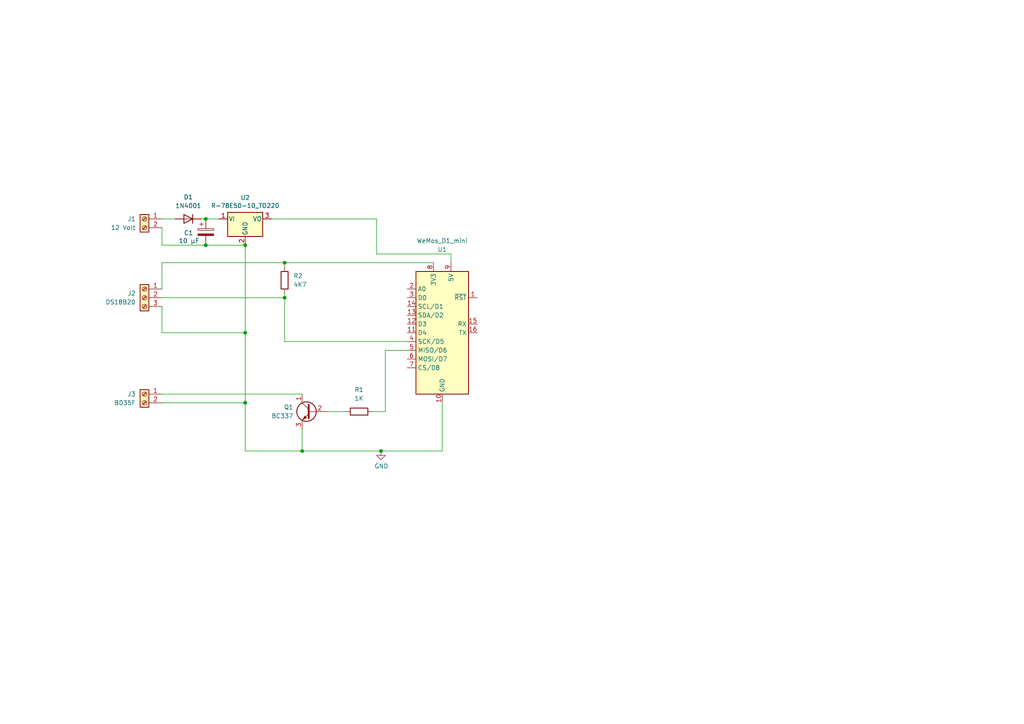
<source format=kicad_sch>
(kicad_sch
	(version 20231120)
	(generator "eeschema")
	(generator_version "8.0")
	(uuid "949c3da7-86cf-42b3-9a90-86860601a60c")
	(paper "A4")
	(lib_symbols
		(symbol "BD35F-FridgeController-rescue:GND-power"
			(power)
			(pin_names
				(offset 0)
			)
			(exclude_from_sim no)
			(in_bom yes)
			(on_board yes)
			(property "Reference" "#PWR"
				(at 0 -6.35 0)
				(effects
					(font
						(size 1.27 1.27)
					)
					(hide yes)
				)
			)
			(property "Value" "power_GND"
				(at 0 -3.81 0)
				(effects
					(font
						(size 1.27 1.27)
					)
				)
			)
			(property "Footprint" ""
				(at 0 0 0)
				(effects
					(font
						(size 1.27 1.27)
					)
					(hide yes)
				)
			)
			(property "Datasheet" ""
				(at 0 0 0)
				(effects
					(font
						(size 1.27 1.27)
					)
					(hide yes)
				)
			)
			(property "Description" ""
				(at 0 0 0)
				(effects
					(font
						(size 1.27 1.27)
					)
					(hide yes)
				)
			)
			(symbol "GND-power_0_1"
				(polyline
					(pts
						(xy 0 0) (xy 0 -1.27) (xy 1.27 -1.27) (xy 0 -2.54) (xy -1.27 -1.27) (xy 0 -1.27)
					)
					(stroke
						(width 0)
						(type solid)
					)
					(fill
						(type none)
					)
				)
			)
			(symbol "GND-power_1_1"
				(pin power_in line
					(at 0 0 270)
					(length 0) hide
					(name "GND"
						(effects
							(font
								(size 1.27 1.27)
							)
						)
					)
					(number "1"
						(effects
							(font
								(size 1.27 1.27)
							)
						)
					)
				)
			)
		)
		(symbol "Connector:Screw_Terminal_01x02"
			(pin_names
				(offset 1.016) hide)
			(exclude_from_sim no)
			(in_bom yes)
			(on_board yes)
			(property "Reference" "J"
				(at 0 2.54 0)
				(effects
					(font
						(size 1.27 1.27)
					)
				)
			)
			(property "Value" "Screw_Terminal_01x02"
				(at 0 -5.08 0)
				(effects
					(font
						(size 1.27 1.27)
					)
				)
			)
			(property "Footprint" ""
				(at 0 0 0)
				(effects
					(font
						(size 1.27 1.27)
					)
					(hide yes)
				)
			)
			(property "Datasheet" "~"
				(at 0 0 0)
				(effects
					(font
						(size 1.27 1.27)
					)
					(hide yes)
				)
			)
			(property "Description" "Generic screw terminal, single row, 01x02, script generated (kicad-library-utils/schlib/autogen/connector/)"
				(at 0 0 0)
				(effects
					(font
						(size 1.27 1.27)
					)
					(hide yes)
				)
			)
			(property "ki_keywords" "screw terminal"
				(at 0 0 0)
				(effects
					(font
						(size 1.27 1.27)
					)
					(hide yes)
				)
			)
			(property "ki_fp_filters" "TerminalBlock*:*"
				(at 0 0 0)
				(effects
					(font
						(size 1.27 1.27)
					)
					(hide yes)
				)
			)
			(symbol "Screw_Terminal_01x02_1_1"
				(rectangle
					(start -1.27 1.27)
					(end 1.27 -3.81)
					(stroke
						(width 0.254)
						(type default)
					)
					(fill
						(type background)
					)
				)
				(circle
					(center 0 -2.54)
					(radius 0.635)
					(stroke
						(width 0.1524)
						(type default)
					)
					(fill
						(type none)
					)
				)
				(polyline
					(pts
						(xy -0.5334 -2.2098) (xy 0.3302 -3.048)
					)
					(stroke
						(width 0.1524)
						(type default)
					)
					(fill
						(type none)
					)
				)
				(polyline
					(pts
						(xy -0.5334 0.3302) (xy 0.3302 -0.508)
					)
					(stroke
						(width 0.1524)
						(type default)
					)
					(fill
						(type none)
					)
				)
				(polyline
					(pts
						(xy -0.3556 -2.032) (xy 0.508 -2.8702)
					)
					(stroke
						(width 0.1524)
						(type default)
					)
					(fill
						(type none)
					)
				)
				(polyline
					(pts
						(xy -0.3556 0.508) (xy 0.508 -0.3302)
					)
					(stroke
						(width 0.1524)
						(type default)
					)
					(fill
						(type none)
					)
				)
				(circle
					(center 0 0)
					(radius 0.635)
					(stroke
						(width 0.1524)
						(type default)
					)
					(fill
						(type none)
					)
				)
				(pin passive line
					(at -5.08 0 0)
					(length 3.81)
					(name "Pin_1"
						(effects
							(font
								(size 1.27 1.27)
							)
						)
					)
					(number "1"
						(effects
							(font
								(size 1.27 1.27)
							)
						)
					)
				)
				(pin passive line
					(at -5.08 -2.54 0)
					(length 3.81)
					(name "Pin_2"
						(effects
							(font
								(size 1.27 1.27)
							)
						)
					)
					(number "2"
						(effects
							(font
								(size 1.27 1.27)
							)
						)
					)
				)
			)
		)
		(symbol "Connector:Screw_Terminal_01x03"
			(pin_names
				(offset 1.016) hide)
			(exclude_from_sim no)
			(in_bom yes)
			(on_board yes)
			(property "Reference" "J"
				(at 0 5.08 0)
				(effects
					(font
						(size 1.27 1.27)
					)
				)
			)
			(property "Value" "Screw_Terminal_01x03"
				(at 0 -5.08 0)
				(effects
					(font
						(size 1.27 1.27)
					)
				)
			)
			(property "Footprint" ""
				(at 0 0 0)
				(effects
					(font
						(size 1.27 1.27)
					)
					(hide yes)
				)
			)
			(property "Datasheet" "~"
				(at 0 0 0)
				(effects
					(font
						(size 1.27 1.27)
					)
					(hide yes)
				)
			)
			(property "Description" "Generic screw terminal, single row, 01x03, script generated (kicad-library-utils/schlib/autogen/connector/)"
				(at 0 0 0)
				(effects
					(font
						(size 1.27 1.27)
					)
					(hide yes)
				)
			)
			(property "ki_keywords" "screw terminal"
				(at 0 0 0)
				(effects
					(font
						(size 1.27 1.27)
					)
					(hide yes)
				)
			)
			(property "ki_fp_filters" "TerminalBlock*:*"
				(at 0 0 0)
				(effects
					(font
						(size 1.27 1.27)
					)
					(hide yes)
				)
			)
			(symbol "Screw_Terminal_01x03_1_1"
				(rectangle
					(start -1.27 3.81)
					(end 1.27 -3.81)
					(stroke
						(width 0.254)
						(type default)
					)
					(fill
						(type background)
					)
				)
				(circle
					(center 0 -2.54)
					(radius 0.635)
					(stroke
						(width 0.1524)
						(type default)
					)
					(fill
						(type none)
					)
				)
				(polyline
					(pts
						(xy -0.5334 -2.2098) (xy 0.3302 -3.048)
					)
					(stroke
						(width 0.1524)
						(type default)
					)
					(fill
						(type none)
					)
				)
				(polyline
					(pts
						(xy -0.5334 0.3302) (xy 0.3302 -0.508)
					)
					(stroke
						(width 0.1524)
						(type default)
					)
					(fill
						(type none)
					)
				)
				(polyline
					(pts
						(xy -0.5334 2.8702) (xy 0.3302 2.032)
					)
					(stroke
						(width 0.1524)
						(type default)
					)
					(fill
						(type none)
					)
				)
				(polyline
					(pts
						(xy -0.3556 -2.032) (xy 0.508 -2.8702)
					)
					(stroke
						(width 0.1524)
						(type default)
					)
					(fill
						(type none)
					)
				)
				(polyline
					(pts
						(xy -0.3556 0.508) (xy 0.508 -0.3302)
					)
					(stroke
						(width 0.1524)
						(type default)
					)
					(fill
						(type none)
					)
				)
				(polyline
					(pts
						(xy -0.3556 3.048) (xy 0.508 2.2098)
					)
					(stroke
						(width 0.1524)
						(type default)
					)
					(fill
						(type none)
					)
				)
				(circle
					(center 0 0)
					(radius 0.635)
					(stroke
						(width 0.1524)
						(type default)
					)
					(fill
						(type none)
					)
				)
				(circle
					(center 0 2.54)
					(radius 0.635)
					(stroke
						(width 0.1524)
						(type default)
					)
					(fill
						(type none)
					)
				)
				(pin passive line
					(at -5.08 2.54 0)
					(length 3.81)
					(name "Pin_1"
						(effects
							(font
								(size 1.27 1.27)
							)
						)
					)
					(number "1"
						(effects
							(font
								(size 1.27 1.27)
							)
						)
					)
				)
				(pin passive line
					(at -5.08 0 0)
					(length 3.81)
					(name "Pin_2"
						(effects
							(font
								(size 1.27 1.27)
							)
						)
					)
					(number "2"
						(effects
							(font
								(size 1.27 1.27)
							)
						)
					)
				)
				(pin passive line
					(at -5.08 -2.54 0)
					(length 3.81)
					(name "Pin_3"
						(effects
							(font
								(size 1.27 1.27)
							)
						)
					)
					(number "3"
						(effects
							(font
								(size 1.27 1.27)
							)
						)
					)
				)
			)
		)
		(symbol "Device:C_Polarized"
			(pin_numbers hide)
			(pin_names
				(offset 0.254)
			)
			(exclude_from_sim no)
			(in_bom yes)
			(on_board yes)
			(property "Reference" "C"
				(at 0.635 2.54 0)
				(effects
					(font
						(size 1.27 1.27)
					)
					(justify left)
				)
			)
			(property "Value" "C_Polarized"
				(at 0.635 -2.54 0)
				(effects
					(font
						(size 1.27 1.27)
					)
					(justify left)
				)
			)
			(property "Footprint" ""
				(at 0.9652 -3.81 0)
				(effects
					(font
						(size 1.27 1.27)
					)
					(hide yes)
				)
			)
			(property "Datasheet" "~"
				(at 0 0 0)
				(effects
					(font
						(size 1.27 1.27)
					)
					(hide yes)
				)
			)
			(property "Description" "Polarized capacitor"
				(at 0 0 0)
				(effects
					(font
						(size 1.27 1.27)
					)
					(hide yes)
				)
			)
			(property "ki_keywords" "cap capacitor"
				(at 0 0 0)
				(effects
					(font
						(size 1.27 1.27)
					)
					(hide yes)
				)
			)
			(property "ki_fp_filters" "CP_*"
				(at 0 0 0)
				(effects
					(font
						(size 1.27 1.27)
					)
					(hide yes)
				)
			)
			(symbol "C_Polarized_0_1"
				(rectangle
					(start -2.286 0.508)
					(end 2.286 1.016)
					(stroke
						(width 0)
						(type default)
					)
					(fill
						(type none)
					)
				)
				(polyline
					(pts
						(xy -1.778 2.286) (xy -0.762 2.286)
					)
					(stroke
						(width 0)
						(type default)
					)
					(fill
						(type none)
					)
				)
				(polyline
					(pts
						(xy -1.27 2.794) (xy -1.27 1.778)
					)
					(stroke
						(width 0)
						(type default)
					)
					(fill
						(type none)
					)
				)
				(rectangle
					(start 2.286 -0.508)
					(end -2.286 -1.016)
					(stroke
						(width 0)
						(type default)
					)
					(fill
						(type outline)
					)
				)
			)
			(symbol "C_Polarized_1_1"
				(pin passive line
					(at 0 3.81 270)
					(length 2.794)
					(name "~"
						(effects
							(font
								(size 1.27 1.27)
							)
						)
					)
					(number "1"
						(effects
							(font
								(size 1.27 1.27)
							)
						)
					)
				)
				(pin passive line
					(at 0 -3.81 90)
					(length 2.794)
					(name "~"
						(effects
							(font
								(size 1.27 1.27)
							)
						)
					)
					(number "2"
						(effects
							(font
								(size 1.27 1.27)
							)
						)
					)
				)
			)
		)
		(symbol "Device:R"
			(pin_numbers hide)
			(pin_names
				(offset 0)
			)
			(exclude_from_sim no)
			(in_bom yes)
			(on_board yes)
			(property "Reference" "R"
				(at 2.032 0 90)
				(effects
					(font
						(size 1.27 1.27)
					)
				)
			)
			(property "Value" "R"
				(at 0 0 90)
				(effects
					(font
						(size 1.27 1.27)
					)
				)
			)
			(property "Footprint" ""
				(at -1.778 0 90)
				(effects
					(font
						(size 1.27 1.27)
					)
					(hide yes)
				)
			)
			(property "Datasheet" "~"
				(at 0 0 0)
				(effects
					(font
						(size 1.27 1.27)
					)
					(hide yes)
				)
			)
			(property "Description" "Resistor"
				(at 0 0 0)
				(effects
					(font
						(size 1.27 1.27)
					)
					(hide yes)
				)
			)
			(property "ki_keywords" "R res resistor"
				(at 0 0 0)
				(effects
					(font
						(size 1.27 1.27)
					)
					(hide yes)
				)
			)
			(property "ki_fp_filters" "R_*"
				(at 0 0 0)
				(effects
					(font
						(size 1.27 1.27)
					)
					(hide yes)
				)
			)
			(symbol "R_0_1"
				(rectangle
					(start -1.016 -2.54)
					(end 1.016 2.54)
					(stroke
						(width 0.254)
						(type default)
					)
					(fill
						(type none)
					)
				)
			)
			(symbol "R_1_1"
				(pin passive line
					(at 0 3.81 270)
					(length 1.27)
					(name "~"
						(effects
							(font
								(size 1.27 1.27)
							)
						)
					)
					(number "1"
						(effects
							(font
								(size 1.27 1.27)
							)
						)
					)
				)
				(pin passive line
					(at 0 -3.81 90)
					(length 1.27)
					(name "~"
						(effects
							(font
								(size 1.27 1.27)
							)
						)
					)
					(number "2"
						(effects
							(font
								(size 1.27 1.27)
							)
						)
					)
				)
			)
		)
		(symbol "Diode:1N4001"
			(pin_numbers hide)
			(pin_names hide)
			(exclude_from_sim no)
			(in_bom yes)
			(on_board yes)
			(property "Reference" "D"
				(at 0 2.54 0)
				(effects
					(font
						(size 1.27 1.27)
					)
				)
			)
			(property "Value" "1N4001"
				(at 0 -2.54 0)
				(effects
					(font
						(size 1.27 1.27)
					)
				)
			)
			(property "Footprint" "Diode_THT:D_DO-41_SOD81_P10.16mm_Horizontal"
				(at 0 0 0)
				(effects
					(font
						(size 1.27 1.27)
					)
					(hide yes)
				)
			)
			(property "Datasheet" "http://www.vishay.com/docs/88503/1n4001.pdf"
				(at 0 0 0)
				(effects
					(font
						(size 1.27 1.27)
					)
					(hide yes)
				)
			)
			(property "Description" "50V 1A General Purpose Rectifier Diode, DO-41"
				(at 0 0 0)
				(effects
					(font
						(size 1.27 1.27)
					)
					(hide yes)
				)
			)
			(property "Sim.Device" "D"
				(at 0 0 0)
				(effects
					(font
						(size 1.27 1.27)
					)
					(hide yes)
				)
			)
			(property "Sim.Pins" "1=K 2=A"
				(at 0 0 0)
				(effects
					(font
						(size 1.27 1.27)
					)
					(hide yes)
				)
			)
			(property "ki_keywords" "diode"
				(at 0 0 0)
				(effects
					(font
						(size 1.27 1.27)
					)
					(hide yes)
				)
			)
			(property "ki_fp_filters" "D*DO?41*"
				(at 0 0 0)
				(effects
					(font
						(size 1.27 1.27)
					)
					(hide yes)
				)
			)
			(symbol "1N4001_0_1"
				(polyline
					(pts
						(xy -1.27 1.27) (xy -1.27 -1.27)
					)
					(stroke
						(width 0.254)
						(type default)
					)
					(fill
						(type none)
					)
				)
				(polyline
					(pts
						(xy 1.27 0) (xy -1.27 0)
					)
					(stroke
						(width 0)
						(type default)
					)
					(fill
						(type none)
					)
				)
				(polyline
					(pts
						(xy 1.27 1.27) (xy 1.27 -1.27) (xy -1.27 0) (xy 1.27 1.27)
					)
					(stroke
						(width 0.254)
						(type default)
					)
					(fill
						(type none)
					)
				)
			)
			(symbol "1N4001_1_1"
				(pin passive line
					(at -3.81 0 0)
					(length 2.54)
					(name "K"
						(effects
							(font
								(size 1.27 1.27)
							)
						)
					)
					(number "1"
						(effects
							(font
								(size 1.27 1.27)
							)
						)
					)
				)
				(pin passive line
					(at 3.81 0 180)
					(length 2.54)
					(name "A"
						(effects
							(font
								(size 1.27 1.27)
							)
						)
					)
					(number "2"
						(effects
							(font
								(size 1.27 1.27)
							)
						)
					)
				)
			)
		)
		(symbol "MCU_Module:WeMos_D1_mini"
			(exclude_from_sim no)
			(in_bom yes)
			(on_board yes)
			(property "Reference" "U"
				(at 3.81 19.05 0)
				(effects
					(font
						(size 1.27 1.27)
					)
					(justify left)
				)
			)
			(property "Value" "WeMos_D1_mini"
				(at 1.27 -19.05 0)
				(effects
					(font
						(size 1.27 1.27)
					)
					(justify left)
				)
			)
			(property "Footprint" "Module:WEMOS_D1_mini_light"
				(at 0 -29.21 0)
				(effects
					(font
						(size 1.27 1.27)
					)
					(hide yes)
				)
			)
			(property "Datasheet" "https://wiki.wemos.cc/products:d1:d1_mini#documentation"
				(at -46.99 -29.21 0)
				(effects
					(font
						(size 1.27 1.27)
					)
					(hide yes)
				)
			)
			(property "Description" "32-bit microcontroller module with WiFi"
				(at 0 0 0)
				(effects
					(font
						(size 1.27 1.27)
					)
					(hide yes)
				)
			)
			(property "ki_keywords" "ESP8266 WiFi microcontroller ESP8266EX"
				(at 0 0 0)
				(effects
					(font
						(size 1.27 1.27)
					)
					(hide yes)
				)
			)
			(property "ki_fp_filters" "WEMOS*D1*mini*"
				(at 0 0 0)
				(effects
					(font
						(size 1.27 1.27)
					)
					(hide yes)
				)
			)
			(symbol "WeMos_D1_mini_1_1"
				(rectangle
					(start -7.62 17.78)
					(end 7.62 -17.78)
					(stroke
						(width 0.254)
						(type default)
					)
					(fill
						(type background)
					)
				)
				(pin input line
					(at -10.16 10.16 0)
					(length 2.54)
					(name "~{RST}"
						(effects
							(font
								(size 1.27 1.27)
							)
						)
					)
					(number "1"
						(effects
							(font
								(size 1.27 1.27)
							)
						)
					)
				)
				(pin power_in line
					(at 0 -20.32 90)
					(length 2.54)
					(name "GND"
						(effects
							(font
								(size 1.27 1.27)
							)
						)
					)
					(number "10"
						(effects
							(font
								(size 1.27 1.27)
							)
						)
					)
				)
				(pin bidirectional line
					(at 10.16 0 180)
					(length 2.54)
					(name "D4"
						(effects
							(font
								(size 1.27 1.27)
							)
						)
					)
					(number "11"
						(effects
							(font
								(size 1.27 1.27)
							)
						)
					)
				)
				(pin bidirectional line
					(at 10.16 2.54 180)
					(length 2.54)
					(name "D3"
						(effects
							(font
								(size 1.27 1.27)
							)
						)
					)
					(number "12"
						(effects
							(font
								(size 1.27 1.27)
							)
						)
					)
				)
				(pin bidirectional line
					(at 10.16 5.08 180)
					(length 2.54)
					(name "SDA/D2"
						(effects
							(font
								(size 1.27 1.27)
							)
						)
					)
					(number "13"
						(effects
							(font
								(size 1.27 1.27)
							)
						)
					)
				)
				(pin bidirectional line
					(at 10.16 7.62 180)
					(length 2.54)
					(name "SCL/D1"
						(effects
							(font
								(size 1.27 1.27)
							)
						)
					)
					(number "14"
						(effects
							(font
								(size 1.27 1.27)
							)
						)
					)
				)
				(pin input line
					(at -10.16 2.54 0)
					(length 2.54)
					(name "RX"
						(effects
							(font
								(size 1.27 1.27)
							)
						)
					)
					(number "15"
						(effects
							(font
								(size 1.27 1.27)
							)
						)
					)
				)
				(pin output line
					(at -10.16 0 0)
					(length 2.54)
					(name "TX"
						(effects
							(font
								(size 1.27 1.27)
							)
						)
					)
					(number "16"
						(effects
							(font
								(size 1.27 1.27)
							)
						)
					)
				)
				(pin input line
					(at 10.16 12.7 180)
					(length 2.54)
					(name "A0"
						(effects
							(font
								(size 1.27 1.27)
							)
						)
					)
					(number "2"
						(effects
							(font
								(size 1.27 1.27)
							)
						)
					)
				)
				(pin bidirectional line
					(at 10.16 10.16 180)
					(length 2.54)
					(name "D0"
						(effects
							(font
								(size 1.27 1.27)
							)
						)
					)
					(number "3"
						(effects
							(font
								(size 1.27 1.27)
							)
						)
					)
				)
				(pin bidirectional line
					(at 10.16 -2.54 180)
					(length 2.54)
					(name "SCK/D5"
						(effects
							(font
								(size 1.27 1.27)
							)
						)
					)
					(number "4"
						(effects
							(font
								(size 1.27 1.27)
							)
						)
					)
				)
				(pin bidirectional line
					(at 10.16 -5.08 180)
					(length 2.54)
					(name "MISO/D6"
						(effects
							(font
								(size 1.27 1.27)
							)
						)
					)
					(number "5"
						(effects
							(font
								(size 1.27 1.27)
							)
						)
					)
				)
				(pin bidirectional line
					(at 10.16 -7.62 180)
					(length 2.54)
					(name "MOSI/D7"
						(effects
							(font
								(size 1.27 1.27)
							)
						)
					)
					(number "6"
						(effects
							(font
								(size 1.27 1.27)
							)
						)
					)
				)
				(pin bidirectional line
					(at 10.16 -10.16 180)
					(length 2.54)
					(name "CS/D8"
						(effects
							(font
								(size 1.27 1.27)
							)
						)
					)
					(number "7"
						(effects
							(font
								(size 1.27 1.27)
							)
						)
					)
				)
				(pin power_out line
					(at 2.54 20.32 270)
					(length 2.54)
					(name "3V3"
						(effects
							(font
								(size 1.27 1.27)
							)
						)
					)
					(number "8"
						(effects
							(font
								(size 1.27 1.27)
							)
						)
					)
				)
				(pin power_in line
					(at -2.54 20.32 270)
					(length 2.54)
					(name "5V"
						(effects
							(font
								(size 1.27 1.27)
							)
						)
					)
					(number "9"
						(effects
							(font
								(size 1.27 1.27)
							)
						)
					)
				)
			)
		)
		(symbol "Regulator_Linear:LM7805_TO220"
			(pin_names
				(offset 0.254)
			)
			(exclude_from_sim no)
			(in_bom yes)
			(on_board yes)
			(property "Reference" "U"
				(at -3.81 3.175 0)
				(effects
					(font
						(size 1.27 1.27)
					)
				)
			)
			(property "Value" "LM7805_TO220"
				(at 0 3.175 0)
				(effects
					(font
						(size 1.27 1.27)
					)
					(justify left)
				)
			)
			(property "Footprint" "Package_TO_SOT_THT:TO-220-3_Vertical"
				(at 0 5.715 0)
				(effects
					(font
						(size 1.27 1.27)
						(italic yes)
					)
					(hide yes)
				)
			)
			(property "Datasheet" "https://www.onsemi.cn/PowerSolutions/document/MC7800-D.PDF"
				(at 0 -1.27 0)
				(effects
					(font
						(size 1.27 1.27)
					)
					(hide yes)
				)
			)
			(property "Description" "Positive 1A 35V Linear Regulator, Fixed Output 5V, TO-220"
				(at 0 0 0)
				(effects
					(font
						(size 1.27 1.27)
					)
					(hide yes)
				)
			)
			(property "ki_keywords" "Voltage Regulator 1A Positive"
				(at 0 0 0)
				(effects
					(font
						(size 1.27 1.27)
					)
					(hide yes)
				)
			)
			(property "ki_fp_filters" "TO?220*"
				(at 0 0 0)
				(effects
					(font
						(size 1.27 1.27)
					)
					(hide yes)
				)
			)
			(symbol "LM7805_TO220_0_1"
				(rectangle
					(start -5.08 1.905)
					(end 5.08 -5.08)
					(stroke
						(width 0.254)
						(type default)
					)
					(fill
						(type background)
					)
				)
			)
			(symbol "LM7805_TO220_1_1"
				(pin power_in line
					(at -7.62 0 0)
					(length 2.54)
					(name "VI"
						(effects
							(font
								(size 1.27 1.27)
							)
						)
					)
					(number "1"
						(effects
							(font
								(size 1.27 1.27)
							)
						)
					)
				)
				(pin power_in line
					(at 0 -7.62 90)
					(length 2.54)
					(name "GND"
						(effects
							(font
								(size 1.27 1.27)
							)
						)
					)
					(number "2"
						(effects
							(font
								(size 1.27 1.27)
							)
						)
					)
				)
				(pin power_out line
					(at 7.62 0 180)
					(length 2.54)
					(name "VO"
						(effects
							(font
								(size 1.27 1.27)
							)
						)
					)
					(number "3"
						(effects
							(font
								(size 1.27 1.27)
							)
						)
					)
				)
			)
		)
		(symbol "Transistor_BJT:BC337"
			(pin_names
				(offset 0) hide)
			(exclude_from_sim no)
			(in_bom yes)
			(on_board yes)
			(property "Reference" "Q"
				(at 5.08 1.905 0)
				(effects
					(font
						(size 1.27 1.27)
					)
					(justify left)
				)
			)
			(property "Value" "BC337"
				(at 5.08 0 0)
				(effects
					(font
						(size 1.27 1.27)
					)
					(justify left)
				)
			)
			(property "Footprint" "Package_TO_SOT_THT:TO-92_Inline"
				(at 5.08 -1.905 0)
				(effects
					(font
						(size 1.27 1.27)
						(italic yes)
					)
					(justify left)
					(hide yes)
				)
			)
			(property "Datasheet" "https://diotec.com/tl_files/diotec/files/pdf/datasheets/bc337.pdf"
				(at 0 0 0)
				(effects
					(font
						(size 1.27 1.27)
					)
					(justify left)
					(hide yes)
				)
			)
			(property "Description" "0.8A Ic, 45V Vce, NPN Transistor, TO-92"
				(at 0 0 0)
				(effects
					(font
						(size 1.27 1.27)
					)
					(hide yes)
				)
			)
			(property "ki_keywords" "NPN Transistor"
				(at 0 0 0)
				(effects
					(font
						(size 1.27 1.27)
					)
					(hide yes)
				)
			)
			(property "ki_fp_filters" "TO?92*"
				(at 0 0 0)
				(effects
					(font
						(size 1.27 1.27)
					)
					(hide yes)
				)
			)
			(symbol "BC337_0_1"
				(polyline
					(pts
						(xy 0 0) (xy 0.635 0)
					)
					(stroke
						(width 0)
						(type default)
					)
					(fill
						(type none)
					)
				)
				(polyline
					(pts
						(xy 0.635 0.635) (xy 2.54 2.54)
					)
					(stroke
						(width 0)
						(type default)
					)
					(fill
						(type none)
					)
				)
				(polyline
					(pts
						(xy 0.635 -0.635) (xy 2.54 -2.54) (xy 2.54 -2.54)
					)
					(stroke
						(width 0)
						(type default)
					)
					(fill
						(type none)
					)
				)
				(polyline
					(pts
						(xy 0.635 1.905) (xy 0.635 -1.905) (xy 0.635 -1.905)
					)
					(stroke
						(width 0.508)
						(type default)
					)
					(fill
						(type none)
					)
				)
				(polyline
					(pts
						(xy 1.27 -1.778) (xy 1.778 -1.27) (xy 2.286 -2.286) (xy 1.27 -1.778) (xy 1.27 -1.778)
					)
					(stroke
						(width 0)
						(type default)
					)
					(fill
						(type outline)
					)
				)
				(circle
					(center 1.27 0)
					(radius 2.8194)
					(stroke
						(width 0.254)
						(type default)
					)
					(fill
						(type none)
					)
				)
			)
			(symbol "BC337_1_1"
				(pin passive line
					(at 2.54 5.08 270)
					(length 2.54)
					(name "C"
						(effects
							(font
								(size 1.27 1.27)
							)
						)
					)
					(number "1"
						(effects
							(font
								(size 1.27 1.27)
							)
						)
					)
				)
				(pin input line
					(at -5.08 0 0)
					(length 5.08)
					(name "B"
						(effects
							(font
								(size 1.27 1.27)
							)
						)
					)
					(number "2"
						(effects
							(font
								(size 1.27 1.27)
							)
						)
					)
				)
				(pin passive line
					(at 2.54 -5.08 90)
					(length 2.54)
					(name "E"
						(effects
							(font
								(size 1.27 1.27)
							)
						)
					)
					(number "3"
						(effects
							(font
								(size 1.27 1.27)
							)
						)
					)
				)
			)
		)
	)
	(junction
		(at 59.69 63.5)
		(diameter 0)
		(color 0 0 0 0)
		(uuid "13a53610-79c3-409a-bac1-1496e7a6a008")
	)
	(junction
		(at 71.12 71.12)
		(diameter 0)
		(color 0 0 0 0)
		(uuid "176c92a6-7812-4a45-9796-edc7cfa100ee")
	)
	(junction
		(at 71.12 116.84)
		(diameter 0)
		(color 0 0 0 0)
		(uuid "1ba31a5f-1b7b-4377-a2e8-7d4938a78d16")
	)
	(junction
		(at 110.49 130.81)
		(diameter 0)
		(color 0 0 0 0)
		(uuid "2384140d-f375-42b3-91c3-d6e723db6876")
	)
	(junction
		(at 71.12 96.52)
		(diameter 0)
		(color 0 0 0 0)
		(uuid "4c93eb22-812c-4934-a967-875227ab2fcf")
	)
	(junction
		(at 59.69 71.12)
		(diameter 0)
		(color 0 0 0 0)
		(uuid "6b8f81b9-071f-4312-9da2-433f30dbf1d2")
	)
	(junction
		(at 87.63 130.81)
		(diameter 0)
		(color 0 0 0 0)
		(uuid "8226ffdc-aebe-4436-ae76-105a2e5c0d55")
	)
	(junction
		(at 82.55 76.2)
		(diameter 0)
		(color 0 0 0 0)
		(uuid "d6fb915d-210d-4a7f-bba5-c6bf6fb64d0b")
	)
	(junction
		(at 82.55 86.36)
		(diameter 0)
		(color 0 0 0 0)
		(uuid "f1494eb9-1a2d-49f6-befa-5b2477c653b2")
	)
	(wire
		(pts
			(xy 110.49 130.81) (xy 128.27 130.81)
		)
		(stroke
			(width 0)
			(type default)
		)
		(uuid "07413666-41b6-4fa1-bc7d-b143f8aab36e")
	)
	(wire
		(pts
			(xy 46.99 114.3) (xy 87.63 114.3)
		)
		(stroke
			(width 0)
			(type default)
		)
		(uuid "116374a5-ff00-4763-a318-a7f06e9bb7b8")
	)
	(wire
		(pts
			(xy 95.25 119.38) (xy 100.33 119.38)
		)
		(stroke
			(width 0)
			(type default)
		)
		(uuid "1c9147bf-2a6e-44a9-bc9d-92edb26b9a51")
	)
	(wire
		(pts
			(xy 109.22 63.5) (xy 109.22 73.66)
		)
		(stroke
			(width 0)
			(type default)
		)
		(uuid "1d1cc7af-9552-445c-b6e0-f99d675d220a")
	)
	(wire
		(pts
			(xy 59.69 63.5) (xy 63.5 63.5)
		)
		(stroke
			(width 0)
			(type default)
		)
		(uuid "1d1f0119-577c-4b21-8818-00e0d274d641")
	)
	(wire
		(pts
			(xy 82.55 76.2) (xy 125.73 76.2)
		)
		(stroke
			(width 0)
			(type default)
		)
		(uuid "228547c9-858a-4d54-b026-cc09492cd8ca")
	)
	(wire
		(pts
			(xy 118.11 99.06) (xy 82.55 99.06)
		)
		(stroke
			(width 0)
			(type default)
		)
		(uuid "29f3c807-ce4e-4ecc-8b72-2a5f0600447f")
	)
	(wire
		(pts
			(xy 82.55 77.47) (xy 82.55 76.2)
		)
		(stroke
			(width 0)
			(type default)
		)
		(uuid "2e356524-da9d-4115-b02d-3e42acdfdf4d")
	)
	(wire
		(pts
			(xy 130.81 73.66) (xy 130.81 76.2)
		)
		(stroke
			(width 0)
			(type default)
		)
		(uuid "391dc719-f9ee-4766-b694-3b468b7fb2d0")
	)
	(wire
		(pts
			(xy 111.76 119.38) (xy 107.95 119.38)
		)
		(stroke
			(width 0)
			(type default)
		)
		(uuid "4ec3914c-43e9-47a2-9c42-9577336d0dae")
	)
	(wire
		(pts
			(xy 46.99 116.84) (xy 71.12 116.84)
		)
		(stroke
			(width 0)
			(type default)
		)
		(uuid "509afab1-882c-45be-b574-b5e5ab7210bf")
	)
	(wire
		(pts
			(xy 71.12 116.84) (xy 71.12 130.81)
		)
		(stroke
			(width 0)
			(type default)
		)
		(uuid "56bf0a24-09db-434a-b794-de65b3051639")
	)
	(wire
		(pts
			(xy 59.69 71.12) (xy 71.12 71.12)
		)
		(stroke
			(width 0)
			(type default)
		)
		(uuid "5989a7f7-2714-40de-87a0-a84d555aa716")
	)
	(wire
		(pts
			(xy 46.99 83.82) (xy 46.99 76.2)
		)
		(stroke
			(width 0)
			(type default)
		)
		(uuid "59ef14d0-678c-4d5c-afd6-7f312d9c422e")
	)
	(wire
		(pts
			(xy 82.55 86.36) (xy 82.55 99.06)
		)
		(stroke
			(width 0)
			(type default)
		)
		(uuid "5a943176-638b-4672-9a64-c7b1c229fe48")
	)
	(wire
		(pts
			(xy 128.27 130.81) (xy 128.27 116.84)
		)
		(stroke
			(width 0)
			(type default)
		)
		(uuid "6282f6d0-f0f9-4876-86ba-5b1e33a64ba5")
	)
	(wire
		(pts
			(xy 87.63 130.81) (xy 110.49 130.81)
		)
		(stroke
			(width 0)
			(type default)
		)
		(uuid "7530ee39-9234-4c41-82f2-9cc96dd307a7")
	)
	(wire
		(pts
			(xy 46.99 88.9) (xy 46.99 96.52)
		)
		(stroke
			(width 0)
			(type default)
		)
		(uuid "7a56a007-e607-44e1-85ab-5a7fda25e9ed")
	)
	(wire
		(pts
			(xy 82.55 86.36) (xy 82.55 85.09)
		)
		(stroke
			(width 0)
			(type default)
		)
		(uuid "997fd103-c987-4969-9fc4-5c8327e60c64")
	)
	(wire
		(pts
			(xy 78.74 63.5) (xy 109.22 63.5)
		)
		(stroke
			(width 0)
			(type default)
		)
		(uuid "a713036b-b976-4db5-8aa5-9ba3088871a0")
	)
	(wire
		(pts
			(xy 111.76 101.6) (xy 111.76 119.38)
		)
		(stroke
			(width 0)
			(type default)
		)
		(uuid "b377be58-37d7-4194-b325-0928a02e9d5c")
	)
	(wire
		(pts
			(xy 46.99 63.5) (xy 50.8 63.5)
		)
		(stroke
			(width 0)
			(type default)
		)
		(uuid "b380ed48-2ada-4e9a-bf10-6f03449c06f1")
	)
	(wire
		(pts
			(xy 46.99 66.04) (xy 46.99 71.12)
		)
		(stroke
			(width 0)
			(type default)
		)
		(uuid "b8a2e141-2624-436c-84c4-f54b0b044bff")
	)
	(wire
		(pts
			(xy 109.22 73.66) (xy 130.81 73.66)
		)
		(stroke
			(width 0)
			(type default)
		)
		(uuid "ca7fc45f-9bc2-42d2-829f-94ac6cbc3b88")
	)
	(wire
		(pts
			(xy 46.99 86.36) (xy 82.55 86.36)
		)
		(stroke
			(width 0)
			(type default)
		)
		(uuid "ca84d80c-ad27-4008-a845-c7abf0f50c50")
	)
	(wire
		(pts
			(xy 58.42 63.5) (xy 59.69 63.5)
		)
		(stroke
			(width 0)
			(type default)
		)
		(uuid "cf11527c-1fa4-4ddc-ac90-e54b398d8626")
	)
	(wire
		(pts
			(xy 71.12 71.12) (xy 71.12 96.52)
		)
		(stroke
			(width 0)
			(type default)
		)
		(uuid "d4b2bbd6-a879-4606-8219-21205d8b97f0")
	)
	(wire
		(pts
			(xy 87.63 124.46) (xy 87.63 130.81)
		)
		(stroke
			(width 0)
			(type default)
		)
		(uuid "dfffd80c-f0cc-4f92-ab4f-a5a269780f35")
	)
	(wire
		(pts
			(xy 46.99 96.52) (xy 71.12 96.52)
		)
		(stroke
			(width 0)
			(type default)
		)
		(uuid "e4fa5f41-5efd-4356-9f38-011bebebfea5")
	)
	(wire
		(pts
			(xy 46.99 76.2) (xy 82.55 76.2)
		)
		(stroke
			(width 0)
			(type default)
		)
		(uuid "eb43acd5-59b0-4fd8-9edf-46ead8b6551e")
	)
	(wire
		(pts
			(xy 118.11 101.6) (xy 111.76 101.6)
		)
		(stroke
			(width 0)
			(type default)
		)
		(uuid "f229abd9-08cc-41ca-958f-ac440c273c52")
	)
	(wire
		(pts
			(xy 71.12 130.81) (xy 87.63 130.81)
		)
		(stroke
			(width 0)
			(type default)
		)
		(uuid "f31e38df-30ea-4d7b-a471-8047c2faa37e")
	)
	(wire
		(pts
			(xy 46.99 71.12) (xy 59.69 71.12)
		)
		(stroke
			(width 0)
			(type default)
		)
		(uuid "fe365e65-52b8-44c9-979b-1be09decb46f")
	)
	(wire
		(pts
			(xy 71.12 96.52) (xy 71.12 116.84)
		)
		(stroke
			(width 0)
			(type default)
		)
		(uuid "ffec78dd-dccf-4bbe-81e5-80ae7b759cfa")
	)
	(symbol
		(lib_id "MCU_Module:WeMos_D1_mini")
		(at 128.27 96.52 0)
		(mirror y)
		(unit 1)
		(exclude_from_sim no)
		(in_bom yes)
		(on_board yes)
		(dnp no)
		(uuid "00000000-0000-0000-0000-0000604342f8")
		(property "Reference" "U1"
			(at 128.27 72.39 0)
			(effects
				(font
					(size 1.27 1.27)
				)
			)
		)
		(property "Value" "WeMos_D1_mini"
			(at 128.27 69.85 0)
			(effects
				(font
					(size 1.27 1.27)
				)
			)
		)
		(property "Footprint" "Module:WEMOS_D1_mini_light"
			(at 128.27 125.73 0)
			(effects
				(font
					(size 1.27 1.27)
				)
				(hide yes)
			)
		)
		(property "Datasheet" "https://wiki.wemos.cc/products:d1:d1_mini#documentation"
			(at 175.26 125.73 0)
			(effects
				(font
					(size 1.27 1.27)
				)
				(hide yes)
			)
		)
		(property "Description" ""
			(at 128.27 96.52 0)
			(effects
				(font
					(size 1.27 1.27)
				)
				(hide yes)
			)
		)
		(pin "4"
			(uuid "57989290-835d-40ed-a0e9-a0ddad2a5802")
		)
		(pin "6"
			(uuid "e086e756-a253-4ac1-af1a-3501451129ec")
		)
		(pin "8"
			(uuid "a01167e9-863a-4c62-a60b-0b60766802ef")
		)
		(pin "1"
			(uuid "86b2bdaf-ddb2-465a-a59b-2dd14ae6039c")
		)
		(pin "12"
			(uuid "09f62cb2-db9c-40cb-9947-50ce45957d21")
		)
		(pin "11"
			(uuid "bb000b41-8c1c-4e61-bc31-62b83e47ca7a")
		)
		(pin "15"
			(uuid "ec349902-78d4-43e3-a6e0-92c8e122fa75")
		)
		(pin "2"
			(uuid "9b771633-1db6-4769-9ad2-dcd53f49d733")
		)
		(pin "3"
			(uuid "cb9d2894-b5e8-42ae-8f27-ffa0a1d8b9e8")
		)
		(pin "14"
			(uuid "73f038f3-4651-42f6-bc3e-8613b22274b4")
		)
		(pin "10"
			(uuid "2afdda9b-4784-4230-bec9-3926f7aa92e8")
		)
		(pin "13"
			(uuid "2ab4cde6-9fe9-4d1d-b8e8-e99e1b09e414")
		)
		(pin "16"
			(uuid "b6f916a9-5020-475a-a384-52368e3ce680")
		)
		(pin "5"
			(uuid "3b53aa80-af1c-422f-96a2-486c4472838f")
		)
		(pin "7"
			(uuid "f485022e-38b6-4cea-8f8a-83dc1b2b93b5")
		)
		(pin "9"
			(uuid "889cd74c-fea0-4af2-b8c0-80146b5b5b24")
		)
		(instances
			(project "BD35F-FridgeController"
				(path "/949c3da7-86cf-42b3-9a90-86860601a60c"
					(reference "U1")
					(unit 1)
				)
			)
		)
	)
	(symbol
		(lib_id "BD35F-FridgeController-rescue:GND-power")
		(at 110.49 130.81 0)
		(unit 1)
		(exclude_from_sim no)
		(in_bom yes)
		(on_board yes)
		(dnp no)
		(uuid "00000000-0000-0000-0000-000060438682")
		(property "Reference" "#PWR0102"
			(at 110.49 137.16 0)
			(effects
				(font
					(size 1.27 1.27)
				)
				(hide yes)
			)
		)
		(property "Value" "GND"
			(at 110.617 135.2042 0)
			(effects
				(font
					(size 1.27 1.27)
				)
			)
		)
		(property "Footprint" ""
			(at 110.49 130.81 0)
			(effects
				(font
					(size 1.27 1.27)
				)
				(hide yes)
			)
		)
		(property "Datasheet" ""
			(at 110.49 130.81 0)
			(effects
				(font
					(size 1.27 1.27)
				)
				(hide yes)
			)
		)
		(property "Description" ""
			(at 110.49 130.81 0)
			(effects
				(font
					(size 1.27 1.27)
				)
				(hide yes)
			)
		)
		(pin "1"
			(uuid "a52a66fd-41aa-4fb6-8850-5e9734e5ca25")
		)
		(instances
			(project "BD35F-FridgeController"
				(path "/949c3da7-86cf-42b3-9a90-86860601a60c"
					(reference "#PWR0102")
					(unit 1)
				)
			)
		)
	)
	(symbol
		(lib_id "Regulator_Linear:LM7805_TO220")
		(at 71.12 63.5 0)
		(unit 1)
		(exclude_from_sim no)
		(in_bom yes)
		(on_board yes)
		(dnp no)
		(uuid "00000000-0000-0000-0000-00006044edd0")
		(property "Reference" "U2"
			(at 71.12 57.3532 0)
			(effects
				(font
					(size 1.27 1.27)
				)
			)
		)
		(property "Value" "R-78E50-10_TO220"
			(at 71.12 59.6646 0)
			(effects
				(font
					(size 1.27 1.27)
				)
			)
		)
		(property "Footprint" "Package_TO_SOT_THT:TO-220-3_Vertical"
			(at 71.12 57.785 0)
			(effects
				(font
					(size 1.27 1.27)
					(italic yes)
				)
				(hide yes)
			)
		)
		(property "Datasheet" "http://www.fairchildsemi.com/ds/LM/LM7805.pdf"
			(at 71.12 64.77 0)
			(effects
				(font
					(size 1.27 1.27)
				)
				(hide yes)
			)
		)
		(property "Description" ""
			(at 71.12 63.5 0)
			(effects
				(font
					(size 1.27 1.27)
				)
				(hide yes)
			)
		)
		(pin "3"
			(uuid "f4e857b1-d97f-4a1c-aebf-b77a830747a0")
		)
		(pin "1"
			(uuid "752d5009-a667-4216-9ce3-d648e146952c")
		)
		(pin "2"
			(uuid "9323273d-c0eb-4039-8970-0b42e7652bb0")
		)
		(instances
			(project "BD35F-FridgeController"
				(path "/949c3da7-86cf-42b3-9a90-86860601a60c"
					(reference "U2")
					(unit 1)
				)
			)
		)
	)
	(symbol
		(lib_id "Connector:Screw_Terminal_01x02")
		(at 41.91 63.5 0)
		(mirror y)
		(unit 1)
		(exclude_from_sim no)
		(in_bom yes)
		(on_board yes)
		(dnp no)
		(uuid "4cfa8fa1-00fc-4511-992f-54a0b0a02757")
		(property "Reference" "J1"
			(at 39.37 63.4999 0)
			(effects
				(font
					(size 1.27 1.27)
				)
				(justify left)
			)
		)
		(property "Value" "12 Volt"
			(at 39.37 66.0399 0)
			(effects
				(font
					(size 1.27 1.27)
				)
				(justify left)
			)
		)
		(property "Footprint" "TerminalBlock:TerminalBlock_bornier-2_P5.08mm"
			(at 41.91 63.5 0)
			(effects
				(font
					(size 1.27 1.27)
				)
				(hide yes)
			)
		)
		(property "Datasheet" "~"
			(at 41.91 63.5 0)
			(effects
				(font
					(size 1.27 1.27)
				)
				(hide yes)
			)
		)
		(property "Description" "Generic screw terminal, single row, 01x02, script generated (kicad-library-utils/schlib/autogen/connector/)"
			(at 41.91 63.5 0)
			(effects
				(font
					(size 1.27 1.27)
				)
				(hide yes)
			)
		)
		(pin "2"
			(uuid "adeb6af8-4708-4acb-b635-bc6da5f7abae")
		)
		(pin "1"
			(uuid "3408a2d4-ce24-4a81-bf4c-8eb7580a98a9")
		)
		(instances
			(project "BD35F-FridgeController"
				(path "/949c3da7-86cf-42b3-9a90-86860601a60c"
					(reference "J1")
					(unit 1)
				)
			)
		)
	)
	(symbol
		(lib_id "Connector:Screw_Terminal_01x02")
		(at 41.91 114.3 0)
		(mirror y)
		(unit 1)
		(exclude_from_sim no)
		(in_bom yes)
		(on_board yes)
		(dnp no)
		(uuid "95a031b8-c736-455e-ba6a-ca8bce47eff1")
		(property "Reference" "J3"
			(at 39.37 114.2999 0)
			(effects
				(font
					(size 1.27 1.27)
				)
				(justify left)
			)
		)
		(property "Value" "BD35F"
			(at 39.37 116.8399 0)
			(effects
				(font
					(size 1.27 1.27)
				)
				(justify left)
			)
		)
		(property "Footprint" "TerminalBlock:TerminalBlock_bornier-2_P5.08mm"
			(at 41.91 114.3 0)
			(effects
				(font
					(size 1.27 1.27)
				)
				(hide yes)
			)
		)
		(property "Datasheet" "~"
			(at 41.91 114.3 0)
			(effects
				(font
					(size 1.27 1.27)
				)
				(hide yes)
			)
		)
		(property "Description" "Generic screw terminal, single row, 01x02, script generated (kicad-library-utils/schlib/autogen/connector/)"
			(at 41.91 114.3 0)
			(effects
				(font
					(size 1.27 1.27)
				)
				(hide yes)
			)
		)
		(pin "1"
			(uuid "52606302-222e-4de7-9268-a4247cc2d9b7")
		)
		(pin "2"
			(uuid "461e4459-4bdc-4243-9dbf-358689ce8aaa")
		)
		(instances
			(project "BD35F-FridgeController"
				(path "/949c3da7-86cf-42b3-9a90-86860601a60c"
					(reference "J3")
					(unit 1)
				)
			)
		)
	)
	(symbol
		(lib_id "Transistor_BJT:BC337")
		(at 90.17 119.38 0)
		(mirror y)
		(unit 1)
		(exclude_from_sim no)
		(in_bom yes)
		(on_board yes)
		(dnp no)
		(uuid "95b13cea-c135-430b-84df-71ed306484c9")
		(property "Reference" "Q1"
			(at 85.09 118.1099 0)
			(effects
				(font
					(size 1.27 1.27)
				)
				(justify left)
			)
		)
		(property "Value" "BC337"
			(at 85.09 120.6499 0)
			(effects
				(font
					(size 1.27 1.27)
				)
				(justify left)
			)
		)
		(property "Footprint" "Package_TO_SOT_THT:TO-92_HandSolder"
			(at 85.09 121.285 0)
			(effects
				(font
					(size 1.27 1.27)
					(italic yes)
				)
				(justify left)
				(hide yes)
			)
		)
		(property "Datasheet" "https://diotec.com/tl_files/diotec/files/pdf/datasheets/bc337.pdf"
			(at 90.17 119.38 0)
			(effects
				(font
					(size 1.27 1.27)
				)
				(justify left)
				(hide yes)
			)
		)
		(property "Description" "0.8A Ic, 45V Vce, NPN Transistor, TO-92"
			(at 90.17 119.38 0)
			(effects
				(font
					(size 1.27 1.27)
				)
				(hide yes)
			)
		)
		(pin "1"
			(uuid "5fa9c567-3866-4d33-954b-defa53ed1ee1")
		)
		(pin "3"
			(uuid "b438f3e7-aef8-4f1d-b9bd-447da57ae7fc")
		)
		(pin "2"
			(uuid "76d35ff8-cac8-4d50-94ec-1daa7605c444")
		)
		(instances
			(project "BD35F-FridgeController"
				(path "/949c3da7-86cf-42b3-9a90-86860601a60c"
					(reference "Q1")
					(unit 1)
				)
			)
		)
	)
	(symbol
		(lib_id "Device:R")
		(at 104.14 119.38 90)
		(unit 1)
		(exclude_from_sim no)
		(in_bom yes)
		(on_board yes)
		(dnp no)
		(fields_autoplaced yes)
		(uuid "befdc7de-90ab-406d-854e-9e0eb8337ece")
		(property "Reference" "R1"
			(at 104.14 113.03 90)
			(effects
				(font
					(size 1.27 1.27)
				)
			)
		)
		(property "Value" "1K"
			(at 104.14 115.57 90)
			(effects
				(font
					(size 1.27 1.27)
				)
			)
		)
		(property "Footprint" "Resistor_THT:R_Axial_DIN0207_L6.3mm_D2.5mm_P10.16mm_Horizontal"
			(at 104.14 121.158 90)
			(effects
				(font
					(size 1.27 1.27)
				)
				(hide yes)
			)
		)
		(property "Datasheet" "~"
			(at 104.14 119.38 0)
			(effects
				(font
					(size 1.27 1.27)
				)
				(hide yes)
			)
		)
		(property "Description" "Resistor"
			(at 104.14 119.38 0)
			(effects
				(font
					(size 1.27 1.27)
				)
				(hide yes)
			)
		)
		(pin "1"
			(uuid "786944e7-2569-4815-82a4-45e5d1ab2a37")
		)
		(pin "2"
			(uuid "1c77da08-cb7f-4649-a573-c1196dabd6cd")
		)
		(instances
			(project "BD35F-FridgeController"
				(path "/949c3da7-86cf-42b3-9a90-86860601a60c"
					(reference "R1")
					(unit 1)
				)
			)
		)
	)
	(symbol
		(lib_id "Device:R")
		(at 82.55 81.28 0)
		(unit 1)
		(exclude_from_sim no)
		(in_bom yes)
		(on_board yes)
		(dnp no)
		(fields_autoplaced yes)
		(uuid "bf65528e-8826-47a0-9d9a-96d53d1bf8af")
		(property "Reference" "R2"
			(at 85.09 80.0099 0)
			(effects
				(font
					(size 1.27 1.27)
				)
				(justify left)
			)
		)
		(property "Value" "4K7"
			(at 85.09 82.5499 0)
			(effects
				(font
					(size 1.27 1.27)
				)
				(justify left)
			)
		)
		(property "Footprint" "Resistor_THT:R_Axial_DIN0207_L6.3mm_D2.5mm_P10.16mm_Horizontal"
			(at 80.772 81.28 90)
			(effects
				(font
					(size 1.27 1.27)
				)
				(hide yes)
			)
		)
		(property "Datasheet" "~"
			(at 82.55 81.28 0)
			(effects
				(font
					(size 1.27 1.27)
				)
				(hide yes)
			)
		)
		(property "Description" "Resistor"
			(at 82.55 81.28 0)
			(effects
				(font
					(size 1.27 1.27)
				)
				(hide yes)
			)
		)
		(pin "1"
			(uuid "c9eec152-d501-4e8d-ad55-bea689b588b2")
		)
		(pin "2"
			(uuid "e0f5571b-b945-4bfd-8e17-aceba52e7e08")
		)
		(instances
			(project "BD35F-FridgeController"
				(path "/949c3da7-86cf-42b3-9a90-86860601a60c"
					(reference "R2")
					(unit 1)
				)
			)
		)
	)
	(symbol
		(lib_id "Diode:1N4001")
		(at 54.61 63.5 0)
		(mirror y)
		(unit 1)
		(exclude_from_sim no)
		(in_bom yes)
		(on_board yes)
		(dnp no)
		(uuid "c566b024-edda-48aa-ab3a-9b3ab8b7dd36")
		(property "Reference" "D1"
			(at 54.61 57.15 0)
			(effects
				(font
					(size 1.27 1.27)
				)
			)
		)
		(property "Value" "1N4001"
			(at 54.61 59.69 0)
			(effects
				(font
					(size 1.27 1.27)
				)
			)
		)
		(property "Footprint" "Diode_THT:D_DO-41_SOD81_P10.16mm_Horizontal"
			(at 54.61 63.5 0)
			(effects
				(font
					(size 1.27 1.27)
				)
				(hide yes)
			)
		)
		(property "Datasheet" "http://www.vishay.com/docs/88503/1n4001.pdf"
			(at 54.61 63.5 0)
			(effects
				(font
					(size 1.27 1.27)
				)
				(hide yes)
			)
		)
		(property "Description" "50V 1A General Purpose Rectifier Diode, DO-41"
			(at 54.61 63.5 0)
			(effects
				(font
					(size 1.27 1.27)
				)
				(hide yes)
			)
		)
		(property "Sim.Device" "D"
			(at 54.61 63.5 0)
			(effects
				(font
					(size 1.27 1.27)
				)
				(hide yes)
			)
		)
		(property "Sim.Pins" "1=K 2=A"
			(at 54.61 63.5 0)
			(effects
				(font
					(size 1.27 1.27)
				)
				(hide yes)
			)
		)
		(pin "1"
			(uuid "a5b1735e-3e2c-4727-bfb0-34b357f3af96")
		)
		(pin "2"
			(uuid "33348a27-4934-4876-ae6c-49cd172e2139")
		)
		(instances
			(project "BD35F-FridgeController"
				(path "/949c3da7-86cf-42b3-9a90-86860601a60c"
					(reference "D1")
					(unit 1)
				)
			)
		)
	)
	(symbol
		(lib_id "Device:C_Polarized")
		(at 59.69 67.31 0)
		(unit 1)
		(exclude_from_sim no)
		(in_bom yes)
		(on_board yes)
		(dnp no)
		(uuid "f405a92d-d666-41f9-a8e7-90c255b430ed")
		(property "Reference" "C1"
			(at 53.34 67.564 0)
			(effects
				(font
					(size 1.27 1.27)
				)
				(justify left)
			)
		)
		(property "Value" "10 µF"
			(at 51.816 69.85 0)
			(effects
				(font
					(size 1.27 1.27)
				)
				(justify left)
			)
		)
		(property "Footprint" "Capacitor_THT:CP_Radial_D5.0mm_P2.50mm"
			(at 60.6552 71.12 0)
			(effects
				(font
					(size 1.27 1.27)
				)
				(hide yes)
			)
		)
		(property "Datasheet" "~"
			(at 59.69 67.31 0)
			(effects
				(font
					(size 1.27 1.27)
				)
				(hide yes)
			)
		)
		(property "Description" "Polarized capacitor"
			(at 59.69 67.31 0)
			(effects
				(font
					(size 1.27 1.27)
				)
				(hide yes)
			)
		)
		(pin "1"
			(uuid "51a9b4f6-f024-4897-a656-65962bc4ef15")
		)
		(pin "2"
			(uuid "437b0303-ea26-4a70-90f9-627c4c52699b")
		)
		(instances
			(project "BD35F-FridgeController"
				(path "/949c3da7-86cf-42b3-9a90-86860601a60c"
					(reference "C1")
					(unit 1)
				)
			)
		)
	)
	(symbol
		(lib_id "Connector:Screw_Terminal_01x03")
		(at 41.91 86.36 0)
		(mirror y)
		(unit 1)
		(exclude_from_sim no)
		(in_bom yes)
		(on_board yes)
		(dnp no)
		(uuid "f959d730-6fcb-4c54-ab15-faaedcb69ce2")
		(property "Reference" "J2"
			(at 39.37 85.0899 0)
			(effects
				(font
					(size 1.27 1.27)
				)
				(justify left)
			)
		)
		(property "Value" "DS18B20"
			(at 39.37 87.6299 0)
			(effects
				(font
					(size 1.27 1.27)
				)
				(justify left)
			)
		)
		(property "Footprint" "TerminalBlock:TerminalBlock_bornier-3_P5.08mm"
			(at 41.91 86.36 0)
			(effects
				(font
					(size 1.27 1.27)
				)
				(hide yes)
			)
		)
		(property "Datasheet" "~"
			(at 41.91 86.36 0)
			(effects
				(font
					(size 1.27 1.27)
				)
				(hide yes)
			)
		)
		(property "Description" "Generic screw terminal, single row, 01x03, script generated (kicad-library-utils/schlib/autogen/connector/)"
			(at 41.91 86.36 0)
			(effects
				(font
					(size 1.27 1.27)
				)
				(hide yes)
			)
		)
		(pin "2"
			(uuid "ca2263b8-2a60-4d81-bce1-94e5c2588b71")
		)
		(pin "3"
			(uuid "8d1caa7e-7310-4769-9d2b-6b29a9b93694")
		)
		(pin "1"
			(uuid "398c004e-c8ed-458b-893e-5ec7a50eac7e")
		)
		(instances
			(project "BD35F-FridgeController"
				(path "/949c3da7-86cf-42b3-9a90-86860601a60c"
					(reference "J2")
					(unit 1)
				)
			)
		)
	)
	(sheet_instances
		(path "/"
			(page "1")
		)
	)
)
</source>
